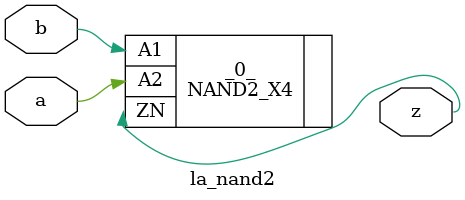
<source format=v>

/* Generated by Yosys 0.44 (git sha1 80ba43d26, g++ 11.4.0-1ubuntu1~22.04 -fPIC -O3) */

(* top =  1  *)
(* src = "inputs/la_nand2.v:10.1-20.10" *)
module la_nand2 (
    a,
    b,
    z
);
  (* src = "inputs/la_nand2.v:13.12-13.13" *)
  input a;
  wire a;
  (* src = "inputs/la_nand2.v:14.12-14.13" *)
  input b;
  wire b;
  (* src = "inputs/la_nand2.v:15.12-15.13" *)
  output z;
  wire z;
  NAND2_X4 _0_ (
      .A1(b),
      .A2(a),
      .ZN(z)
  );
endmodule

</source>
